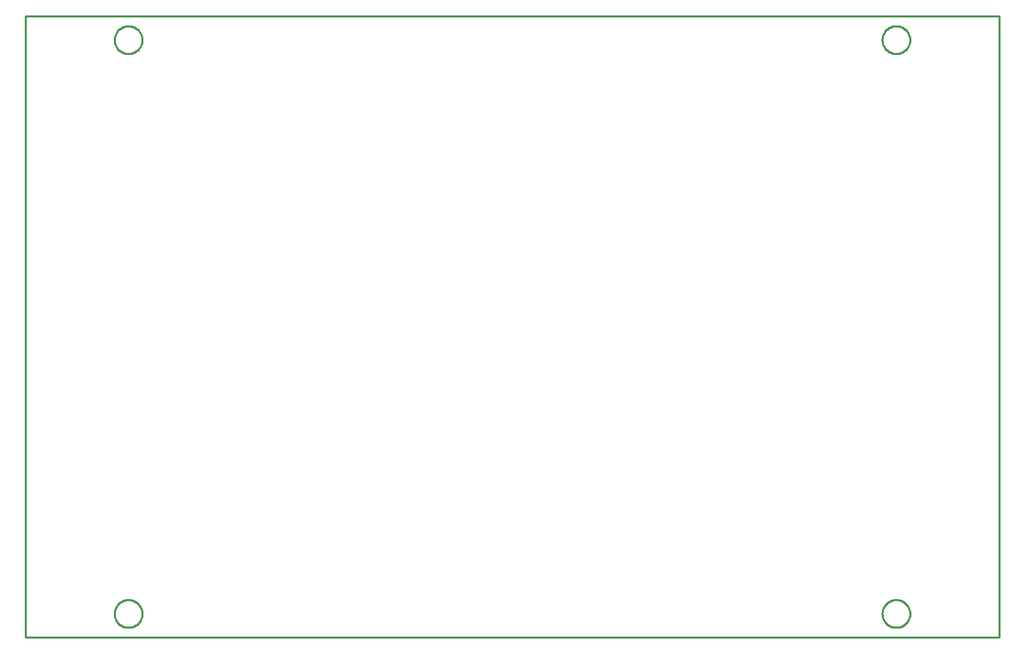
<source format=gbr>
G04 EAGLE Gerber RS-274X export*
G75*
%MOMM*%
%FSLAX34Y34*%
%LPD*%
%IN*%
%IPPOS*%
%AMOC8*
5,1,8,0,0,1.08239X$1,22.5*%
G01*
%ADD10C,0.254000*%


D10*
X-100000Y0D02*
X1130000Y0D01*
X1130000Y785000D01*
X-100000Y785000D01*
X-100000Y0D01*
X47500Y29427D02*
X47425Y28284D01*
X47276Y27148D01*
X47052Y26024D01*
X46755Y24917D01*
X46387Y23832D01*
X45949Y22774D01*
X45442Y21746D01*
X44869Y20754D01*
X44232Y19801D01*
X43535Y18892D01*
X42779Y18031D01*
X41969Y17221D01*
X41108Y16465D01*
X40199Y15768D01*
X39246Y15131D01*
X38254Y14558D01*
X37226Y14051D01*
X36168Y13613D01*
X35083Y13245D01*
X33976Y12948D01*
X32852Y12725D01*
X31716Y12575D01*
X30573Y12500D01*
X29427Y12500D01*
X28284Y12575D01*
X27148Y12725D01*
X26024Y12948D01*
X24917Y13245D01*
X23832Y13613D01*
X22774Y14051D01*
X21746Y14558D01*
X20754Y15131D01*
X19801Y15768D01*
X18892Y16465D01*
X18031Y17221D01*
X17221Y18031D01*
X16465Y18892D01*
X15768Y19801D01*
X15131Y20754D01*
X14558Y21746D01*
X14051Y22774D01*
X13613Y23832D01*
X13245Y24917D01*
X12948Y26024D01*
X12725Y27148D01*
X12575Y28284D01*
X12500Y29427D01*
X12500Y30573D01*
X12575Y31716D01*
X12725Y32852D01*
X12948Y33976D01*
X13245Y35083D01*
X13613Y36168D01*
X14051Y37226D01*
X14558Y38254D01*
X15131Y39246D01*
X15768Y40199D01*
X16465Y41108D01*
X17221Y41969D01*
X18031Y42779D01*
X18892Y43535D01*
X19801Y44232D01*
X20754Y44869D01*
X21746Y45442D01*
X22774Y45949D01*
X23832Y46387D01*
X24917Y46755D01*
X26024Y47052D01*
X27148Y47276D01*
X28284Y47425D01*
X29427Y47500D01*
X30573Y47500D01*
X31716Y47425D01*
X32852Y47276D01*
X33976Y47052D01*
X35083Y46755D01*
X36168Y46387D01*
X37226Y45949D01*
X38254Y45442D01*
X39246Y44869D01*
X40199Y44232D01*
X41108Y43535D01*
X41969Y42779D01*
X42779Y41969D01*
X43535Y41108D01*
X44232Y40199D01*
X44869Y39246D01*
X45442Y38254D01*
X45949Y37226D01*
X46387Y36168D01*
X46755Y35083D01*
X47052Y33976D01*
X47276Y32852D01*
X47425Y31716D01*
X47500Y30573D01*
X47500Y29427D01*
X1017500Y29427D02*
X1017425Y28284D01*
X1017276Y27148D01*
X1017052Y26024D01*
X1016755Y24917D01*
X1016387Y23832D01*
X1015949Y22774D01*
X1015442Y21746D01*
X1014869Y20754D01*
X1014232Y19801D01*
X1013535Y18892D01*
X1012779Y18031D01*
X1011969Y17221D01*
X1011108Y16465D01*
X1010199Y15768D01*
X1009246Y15131D01*
X1008254Y14558D01*
X1007226Y14051D01*
X1006168Y13613D01*
X1005083Y13245D01*
X1003976Y12948D01*
X1002852Y12725D01*
X1001716Y12575D01*
X1000573Y12500D01*
X999427Y12500D01*
X998284Y12575D01*
X997148Y12725D01*
X996024Y12948D01*
X994917Y13245D01*
X993832Y13613D01*
X992774Y14051D01*
X991746Y14558D01*
X990754Y15131D01*
X989801Y15768D01*
X988892Y16465D01*
X988031Y17221D01*
X987221Y18031D01*
X986465Y18892D01*
X985768Y19801D01*
X985131Y20754D01*
X984558Y21746D01*
X984051Y22774D01*
X983613Y23832D01*
X983245Y24917D01*
X982948Y26024D01*
X982725Y27148D01*
X982575Y28284D01*
X982500Y29427D01*
X982500Y30573D01*
X982575Y31716D01*
X982725Y32852D01*
X982948Y33976D01*
X983245Y35083D01*
X983613Y36168D01*
X984051Y37226D01*
X984558Y38254D01*
X985131Y39246D01*
X985768Y40199D01*
X986465Y41108D01*
X987221Y41969D01*
X988031Y42779D01*
X988892Y43535D01*
X989801Y44232D01*
X990754Y44869D01*
X991746Y45442D01*
X992774Y45949D01*
X993832Y46387D01*
X994917Y46755D01*
X996024Y47052D01*
X997148Y47276D01*
X998284Y47425D01*
X999427Y47500D01*
X1000573Y47500D01*
X1001716Y47425D01*
X1002852Y47276D01*
X1003976Y47052D01*
X1005083Y46755D01*
X1006168Y46387D01*
X1007226Y45949D01*
X1008254Y45442D01*
X1009246Y44869D01*
X1010199Y44232D01*
X1011108Y43535D01*
X1011969Y42779D01*
X1012779Y41969D01*
X1013535Y41108D01*
X1014232Y40199D01*
X1014869Y39246D01*
X1015442Y38254D01*
X1015949Y37226D01*
X1016387Y36168D01*
X1016755Y35083D01*
X1017052Y33976D01*
X1017276Y32852D01*
X1017425Y31716D01*
X1017500Y30573D01*
X1017500Y29427D01*
X47500Y754427D02*
X47425Y753284D01*
X47276Y752148D01*
X47052Y751024D01*
X46755Y749917D01*
X46387Y748832D01*
X45949Y747774D01*
X45442Y746746D01*
X44869Y745754D01*
X44232Y744801D01*
X43535Y743892D01*
X42779Y743031D01*
X41969Y742221D01*
X41108Y741465D01*
X40199Y740768D01*
X39246Y740131D01*
X38254Y739558D01*
X37226Y739051D01*
X36168Y738613D01*
X35083Y738245D01*
X33976Y737948D01*
X32852Y737725D01*
X31716Y737575D01*
X30573Y737500D01*
X29427Y737500D01*
X28284Y737575D01*
X27148Y737725D01*
X26024Y737948D01*
X24917Y738245D01*
X23832Y738613D01*
X22774Y739051D01*
X21746Y739558D01*
X20754Y740131D01*
X19801Y740768D01*
X18892Y741465D01*
X18031Y742221D01*
X17221Y743031D01*
X16465Y743892D01*
X15768Y744801D01*
X15131Y745754D01*
X14558Y746746D01*
X14051Y747774D01*
X13613Y748832D01*
X13245Y749917D01*
X12948Y751024D01*
X12725Y752148D01*
X12575Y753284D01*
X12500Y754427D01*
X12500Y755573D01*
X12575Y756716D01*
X12725Y757852D01*
X12948Y758976D01*
X13245Y760083D01*
X13613Y761168D01*
X14051Y762226D01*
X14558Y763254D01*
X15131Y764246D01*
X15768Y765199D01*
X16465Y766108D01*
X17221Y766969D01*
X18031Y767779D01*
X18892Y768535D01*
X19801Y769232D01*
X20754Y769869D01*
X21746Y770442D01*
X22774Y770949D01*
X23832Y771387D01*
X24917Y771755D01*
X26024Y772052D01*
X27148Y772276D01*
X28284Y772425D01*
X29427Y772500D01*
X30573Y772500D01*
X31716Y772425D01*
X32852Y772276D01*
X33976Y772052D01*
X35083Y771755D01*
X36168Y771387D01*
X37226Y770949D01*
X38254Y770442D01*
X39246Y769869D01*
X40199Y769232D01*
X41108Y768535D01*
X41969Y767779D01*
X42779Y766969D01*
X43535Y766108D01*
X44232Y765199D01*
X44869Y764246D01*
X45442Y763254D01*
X45949Y762226D01*
X46387Y761168D01*
X46755Y760083D01*
X47052Y758976D01*
X47276Y757852D01*
X47425Y756716D01*
X47500Y755573D01*
X47500Y754427D01*
X1017500Y754427D02*
X1017425Y753284D01*
X1017276Y752148D01*
X1017052Y751024D01*
X1016755Y749917D01*
X1016387Y748832D01*
X1015949Y747774D01*
X1015442Y746746D01*
X1014869Y745754D01*
X1014232Y744801D01*
X1013535Y743892D01*
X1012779Y743031D01*
X1011969Y742221D01*
X1011108Y741465D01*
X1010199Y740768D01*
X1009246Y740131D01*
X1008254Y739558D01*
X1007226Y739051D01*
X1006168Y738613D01*
X1005083Y738245D01*
X1003976Y737948D01*
X1002852Y737725D01*
X1001716Y737575D01*
X1000573Y737500D01*
X999427Y737500D01*
X998284Y737575D01*
X997148Y737725D01*
X996024Y737948D01*
X994917Y738245D01*
X993832Y738613D01*
X992774Y739051D01*
X991746Y739558D01*
X990754Y740131D01*
X989801Y740768D01*
X988892Y741465D01*
X988031Y742221D01*
X987221Y743031D01*
X986465Y743892D01*
X985768Y744801D01*
X985131Y745754D01*
X984558Y746746D01*
X984051Y747774D01*
X983613Y748832D01*
X983245Y749917D01*
X982948Y751024D01*
X982725Y752148D01*
X982575Y753284D01*
X982500Y754427D01*
X982500Y755573D01*
X982575Y756716D01*
X982725Y757852D01*
X982948Y758976D01*
X983245Y760083D01*
X983613Y761168D01*
X984051Y762226D01*
X984558Y763254D01*
X985131Y764246D01*
X985768Y765199D01*
X986465Y766108D01*
X987221Y766969D01*
X988031Y767779D01*
X988892Y768535D01*
X989801Y769232D01*
X990754Y769869D01*
X991746Y770442D01*
X992774Y770949D01*
X993832Y771387D01*
X994917Y771755D01*
X996024Y772052D01*
X997148Y772276D01*
X998284Y772425D01*
X999427Y772500D01*
X1000573Y772500D01*
X1001716Y772425D01*
X1002852Y772276D01*
X1003976Y772052D01*
X1005083Y771755D01*
X1006168Y771387D01*
X1007226Y770949D01*
X1008254Y770442D01*
X1009246Y769869D01*
X1010199Y769232D01*
X1011108Y768535D01*
X1011969Y767779D01*
X1012779Y766969D01*
X1013535Y766108D01*
X1014232Y765199D01*
X1014869Y764246D01*
X1015442Y763254D01*
X1015949Y762226D01*
X1016387Y761168D01*
X1016755Y760083D01*
X1017052Y758976D01*
X1017276Y757852D01*
X1017425Y756716D01*
X1017500Y755573D01*
X1017500Y754427D01*
M02*

</source>
